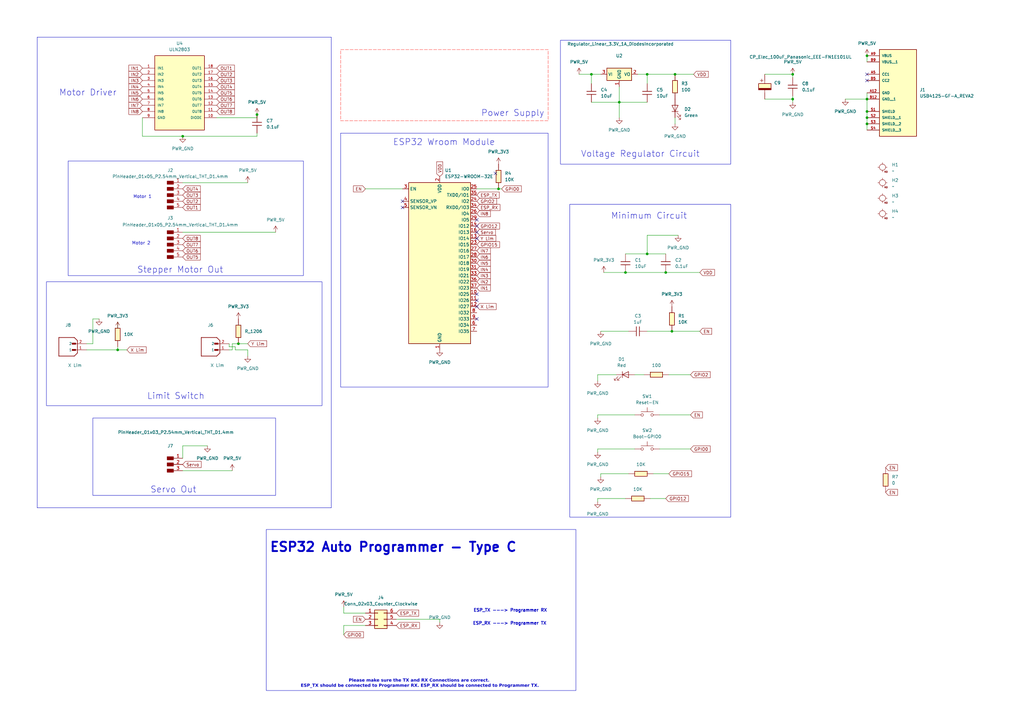
<source format=kicad_sch>
(kicad_sch (version 20250114) (generator "eeschema") (generator_version "9.0")
  (paper "A3")
  (lib_symbols
    (symbol "B2B-XH-A_LF__SN_:B2B-XH-A_LF__SN_" (pin_names (offset 1.016))
      (property "Reference" "J" (at -2.54 6.35 0))
      (property "Value" "B2B-XH-A_LF__SN_" (at -2.54 -5.08 0))
      (symbol "B2B-XH-A_LF__SN__0_0"
        (polyline (pts (xy -3.81 3.81) (xy -3.81 -1.27)) (stroke (width 0.254)))
        (polyline (pts (xy -3.81 3.81) (xy -2.54 5.08)) (stroke (width 0.254)))
        (polyline (pts (xy -3.81 -1.27) (xy -2.54 -2.54)) (stroke (width 0.254)))
        (rectangle (start -3.175 2.2225) (end -1.5875 2.8575) (stroke (width 0.1)) (fill (type outline)))
        (rectangle (start -3.175 -0.3175) (end -1.5875 0.3175) (stroke (width 0.1)) (fill (type outline)))
        (polyline (pts (xy -2.54 -2.54) (xy 3.81 -2.54)) (stroke (width 0.254)))
        (polyline (pts (xy 3.81 5.08) (xy -2.54 5.08)) (stroke (width 0.254)))
        (polyline (pts (xy 3.81 -2.54) (xy 3.81 5.08)) (stroke (width 0.254)))
        (pin passive line (at -7.62 2.54 0) (length 5.08) (name "1") (number "1"))
        (pin passive line (at -7.62 0 0) (length 5.08) (name "2") (number "2"))
      )
    )
    (symbol "Connector_Generic:Conn_02x03_Counter_Clockwise" (pin_names (offset 1.016) (hide yes))
      (property "Reference" "J" (at 1.27 5.08 0))
      (property "Value" "Conn_02x03_Counter_Clockwise" (at 1.27 -5.08 0))
      (symbol "Conn_02x03_Counter_Clockwise_1_1"
        (rectangle (start -1.27 3.81) (end 3.81 -3.81) (stroke (width 0.254)) (fill (type background)))
        (rectangle (start -1.27 2.667) (end 0 2.413) (stroke (width 0.1524)))
        (rectangle (start -1.27 0.127) (end 0 -0.127) (stroke (width 0.1524)))
        (rectangle (start -1.27 -2.413) (end 0 -2.667) (stroke (width 0.1524)))
        (rectangle (start 3.81 2.667) (end 2.54 2.413) (stroke (width 0.1524)))
        (rectangle (start 3.81 0.127) (end 2.54 -0.127) (stroke (width 0.1524)))
        (rectangle (start 3.81 -2.413) (end 2.54 -2.667) (stroke (width 0.1524)))
        (pin passive line (at -5.08 2.54 0) (length 3.81) (name "Pin_1") (number "1"))
        (pin passive line (at -5.08 0 0) (length 3.81) (name "Pin_2") (number "2"))
        (pin passive line (at -5.08 -2.54 0) (length 3.81) (name "Pin_3") (number "3"))
        (pin passive line (at 7.62 2.54 180) (length 3.81) (name "Pin_6") (number "6"))
        (pin passive line (at 7.62 0 180) (length 3.81) (name "Pin_5") (number "5"))
        (pin passive line (at 7.62 -2.54 180) (length 3.81) (name "Pin_4") (number "4"))
      )
    )
    (symbol "RF_Module:ESP32-WROOM-32E"
      (property "Reference" "U" (at -12.7 34.29 0))
      (property "Value" "ESP32-WROOM-32E" (at 1.27 34.29 0))
      (symbol "ESP32-WROOM-32E_0_1"
        (rectangle (start -12.7 33.02) (end 12.7 -33.02) (stroke (width 0.254)) (fill (type background)))
      )
      (symbol "ESP32-WROOM-32E_1_1"
        (pin input line (at -15.24 30.48 0) (length 2.54) (name "EN") (number "3"))
        (pin input line (at -15.24 25.4 0) (length 2.54) (name "SENSOR_VP") (number "4"))
        (pin input line (at -15.24 22.86 0) (length 2.54) (name "SENSOR_VN") (number "5"))
        (pin no_connect line (at -12.7 0 0) (length 2.54) (hide yes) (name "NC") (number "21"))
        (pin no_connect line (at -12.7 -2.54 0) (length 2.54) (hide yes) (name "NC") (number "22"))
        (pin no_connect line (at -12.7 -5.08 0) (length 2.54) (hide yes) (name "NC") (number "17"))
        (pin no_connect line (at -12.7 -7.62 0) (length 2.54) (hide yes) (name "NC") (number "18"))
        (pin no_connect line (at -12.7 -10.16 0) (length 2.54) (hide yes) (name "NC") (number "20"))
        (pin no_connect line (at -12.7 -12.7 0) (length 2.54) (hide yes) (name "NC") (number "19"))
        (pin no_connect line (at -12.7 -27.94 0) (length 2.54) (hide yes) (name "NC") (number "32"))
        (pin power_in line (at 0 35.56 270) (length 2.54) (name "VDD") (number "2"))
        (pin power_in line (at 0 -35.56 90) (length 2.54) (name "GND") (number "1"))
        (pin passive line (at 0 -35.56 90) (length 2.54) (hide yes) (name "GND") (number "15"))
        (pin passive line (at 0 -35.56 90) (length 2.54) (hide yes) (name "GND") (number "38"))
        (pin passive line (at 0 -35.56 90) (length 2.54) (hide yes) (name "GND") (number "39"))
        (pin bidirectional line (at 15.24 30.48 180) (length 2.54) (name "IO0") (number "25"))
        (pin bidirectional line (at 15.24 27.94 180) (length 2.54) (name "TXD0/IO1") (number "35"))
        (pin bidirectional line (at 15.24 25.4 180) (length 2.54) (name "IO2") (number "24"))
        (pin bidirectional line (at 15.24 22.86 180) (length 2.54) (name "RXD0/IO3") (number "34"))
        (pin bidirectional line (at 15.24 20.32 180) (length 2.54) (name "IO4") (number "26"))
        (pin bidirectional line (at 15.24 17.78 180) (length 2.54) (name "IO5") (number "29"))
        (pin bidirectional line (at 15.24 15.24 180) (length 2.54) (name "IO12") (number "14"))
        (pin bidirectional line (at 15.24 12.7 180) (length 2.54) (name "IO13") (number "16"))
        (pin bidirectional line (at 15.24 10.16 180) (length 2.54) (name "IO14") (number "13"))
        (pin bidirectional line (at 15.24 7.62 180) (length 2.54) (name "IO15") (number "23"))
        (pin bidirectional line (at 15.24 5.08 180) (length 2.54) (name "IO16") (number "27"))
        (pin bidirectional line (at 15.24 2.54 180) (length 2.54) (name "IO17") (number "28"))
        (pin bidirectional line (at 15.24 0 180) (length 2.54) (name "IO18") (number "30"))
        (pin bidirectional line (at 15.24 -2.54 180) (length 2.54) (name "IO19") (number "31"))
        (pin bidirectional line (at 15.24 -5.08 180) (length 2.54) (name "IO21") (number "33"))
        (pin bidirectional line (at 15.24 -7.62 180) (length 2.54) (name "IO22") (number "36"))
        (pin bidirectional line (at 15.24 -10.16 180) (length 2.54) (name "IO23") (number "37"))
        (pin bidirectional line (at 15.24 -12.7 180) (length 2.54) (name "IO25") (number "10"))
        (pin bidirectional line (at 15.24 -15.24 180) (length 2.54) (name "IO26") (number "11"))
        (pin bidirectional line (at 15.24 -17.78 180) (length 2.54) (name "IO27") (number "12"))
        (pin bidirectional line (at 15.24 -20.32 180) (length 2.54) (name "IO32") (number "8"))
        (pin bidirectional line (at 15.24 -22.86 180) (length 2.54) (name "IO33") (number "9"))
        (pin input line (at 15.24 -25.4 180) (length 2.54) (name "IO34") (number "6"))
        (pin input line (at 15.24 -27.94 180) (length 2.54) (name "IO35") (number "7"))
      )
    )
    (symbol "ULN2803:ULN2803" (pin_names (offset 1.016))
      (property "Reference" "U" (at -7.6213 17.7831 0))
      (property "Value" "ULN2803" (at -7.63 -20.3466 0))
      (symbol "ULN2803_0_0"
        (rectangle (start -10.16 -15.24) (end 10.16 15.24) (stroke (width 0.254)) (fill (type background)))
        (pin input line (at -15.24 10.16 0) (length 5.08) (name "IN1") (number "1"))
        (pin input line (at -15.24 7.62 0) (length 5.08) (name "IN2") (number "2"))
        (pin input line (at -15.24 5.08 0) (length 5.08) (name "IN3") (number "3"))
        (pin input line (at -15.24 2.54 0) (length 5.08) (name "IN4") (number "4"))
        (pin input line (at -15.24 0 0) (length 5.08) (name "IN5") (number "5"))
        (pin input line (at -15.24 -2.54 0) (length 5.08) (name "IN6") (number "6"))
        (pin input line (at -15.24 -5.08 0) (length 5.08) (name "IN7") (number "7"))
        (pin input line (at -15.24 -7.62 0) (length 5.08) (name "IN8") (number "8"))
        (pin power_in line (at -15.24 -10.16 0) (length 5.08) (name "GND") (number "9"))
        (pin open_collector line (at 15.24 10.16 180) (length 5.08) (name "OUT1") (number "18"))
        (pin open_collector line (at 15.24 7.62 180) (length 5.08) (name "OUT2") (number "17"))
        (pin open_collector line (at 15.24 5.08 180) (length 5.08) (name "OUT3") (number "16"))
        (pin open_collector line (at 15.24 2.54 180) (length 5.08) (name "OUT4") (number "15"))
        (pin open_collector line (at 15.24 0 180) (length 5.08) (name "OUT5") (number "14"))
        (pin open_collector line (at 15.24 -2.54 180) (length 5.08) (name "OUT6") (number "13"))
        (pin open_collector line (at 15.24 -5.08 180) (length 5.08) (name "OUT7") (number "12"))
        (pin open_collector line (at 15.24 -7.62 180) (length 5.08) (name "OUT8") (number "11"))
        (pin power_in line (at 15.24 -10.16 180) (length 5.08) (name "DIODE") (number "10"))
      )
    )
    (symbol "USB4125-GF-A_REVA2:USB4125-GF-A_REVA2" (pin_names (offset 1.016))
      (property "Reference" "J" (at -7.62 10.922 0))
      (property "Value" "USB4125-GF-A_REVA2" (at -7.62 -26.162 0))
      (symbol "USB4125-GF-A_REVA2_0_0"
        (rectangle (start -7.62 -25.4) (end 7.62 10.16) (stroke (width 0.254)) (fill (type background)))
        (pin power_in line (at -12.7 7.62 0) (length 5.08) (name "VBUS") (number "A9"))
        (pin power_in line (at -12.7 5.08 0) (length 5.08) (name "VBUS__1") (number "B9"))
        (pin bidirectional line (at -12.7 0 0) (length 5.08) (name "CC1") (number "A5"))
        (pin bidirectional line (at -12.7 -2.54 0) (length 5.08) (name "CC2") (number "B5"))
        (pin power_in line (at -12.7 -7.62 0) (length 5.08) (name "GND") (number "A12"))
        (pin power_in line (at -12.7 -10.16 0) (length 5.08) (name "GND__1") (number "B12"))
        (pin passive line (at -12.7 -15.24 0) (length 5.08) (name "SHIELD") (number "S1"))
        (pin passive line (at -12.7 -17.78 0) (length 5.08) (name "SHIELD__1") (number "S2"))
        (pin passive line (at -12.7 -20.32 0) (length 5.08) (name "SHIELD__2") (number "S3"))
        (pin passive line (at -12.7 -22.86 0) (length 5.08) (name "SHIELD__3") (number "S4"))
      )
    )
    (symbol "fab:CP_Elec_100uF_Panasonic_EEE-FN1E101UL" (pin_numbers (hide yes))
      (property "Reference" "C" (at 1.27 2.54 0))
      (property "Value" "CP_Elec_100uF_Panasonic_EEE-FN1E101UL" (at 1.27 -2.54 0))
      (symbol "CP_Elec_100uF_Panasonic_EEE-FN1E101UL_0_1"
        (rectangle (start -2.54 -0.635) (end 2.54 -1.27) (fill (type outline)))
        (polyline (pts (xy -2.54 -1.27) (xy -2.54 1.27) (xy 2.54 1.27) (xy 2.54 -1.27) (xy -2.54 -1.27)) (stroke (width 0.254)) (fill (type background)))
        (polyline (pts (xy -1.27 1.905) (xy -1.27 3.175)))
        (polyline (pts (xy -0.635 2.54) (xy -1.905 2.54)))
        (polyline (pts (xy 0 2.54) (xy 0 1.27)))
        (polyline (pts (xy 0 -1.27) (xy 0 -2.54)))
      )
      (symbol "CP_Elec_100uF_Panasonic_EEE-FN1E101UL_1_1"
        (pin passive line (at 0 5.08 270) (length 2.54) (name "~") (number "1"))
        (pin passive line (at 0 -5.08 90) (length 2.54) (name "~") (number "2"))
      )
    )
    (symbol "fab:C_1206" (pin_numbers (hide yes))
      (property "Reference" "C" (at 0.635 2.54 0))
      (property "Value" "C_1206" (at 0.635 -2.54 0))
      (symbol "C_1206_1_1"
        (polyline (pts (xy -1.905 0.635) (xy 1.905 0.635)) (stroke (width 0.25)))
        (polyline (pts (xy -1.905 -0.635) (xy 1.905 -0.635)) (stroke (width 0.25)))
        (pin passive line (at 0 3.81 270) (length 3.175) (name "~") (number "1"))
        (pin passive line (at 0 -3.81 90) (length 3.175) (name "~") (number "2"))
      )
    )
    (symbol "fab:LED_1206" (pin_numbers (hide yes)) (pin_names (offset 1.016) (hide yes))
      (property "Reference" "D" (at 0 2.54 0))
      (property "Value" "LED_1206" (at 0 -2.54 0))
      (symbol "LED_1206_0_1"
        (polyline (pts (xy -3.048 -0.762) (xy -4.572 -2.286) (xy -3.81 -2.286) (xy -4.572 -2.286) (xy -4.572 -1.524)))
        (polyline (pts (xy -1.778 -0.762) (xy -3.302 -2.286) (xy -2.54 -2.286) (xy -3.302 -2.286) (xy -3.302 -1.524)))
        (polyline (pts (xy -1.27 0) (xy 1.27 0)))
        (polyline (pts (xy -1.27 -1.27) (xy -1.27 1.27)) (stroke (width 0.2032)))
        (polyline (pts (xy 1.27 -1.27) (xy 1.27 1.27) (xy -1.27 0) (xy 1.27 -1.27)) (stroke (width 0.2032)))
      )
      (symbol "LED_1206_1_1"
        (pin passive line (at -3.81 0 0) (length 2.54) (name "K") (number "1"))
        (pin passive line (at 3.81 0 180) (length 2.54) (name "A") (number "2"))
      )
    )
    (symbol "fab:MountingHole_M3" (pin_numbers (hide yes)) (pin_names (offset 0))
      (property "Reference" "H" (at 0 0 0))
      (symbol "MountingHole_M3_0_1"
        (polyline (pts (xy -1.27 0) (xy -1.905 0)))
        (polyline (pts (xy 0 1.27) (xy 0 1.905)))
        (circle (center 0 0) (radius 1.27))
        (polyline (pts (xy 0 -1.27) (xy 0 -1.905)))
        (polyline (pts (xy 1.27 0) (xy 1.905 0)))
      )
      (symbol "MountingHole_M3_1_1"
        (text "M3" (at 0.635 -1.905 0) (effects (font (size 0.635 0.635)) (justify left)))
      )
    )
    (symbol "fab:PWR_3V3" (power) (pin_names (offset 0))
      (property "Value" "PWR_3V3" (at 0 3.556 0))
      (symbol "PWR_3V3_0_1"
        (polyline (pts (xy -0.762 1.27) (xy 0 2.54)))
        (polyline (pts (xy 0 2.54) (xy 0.762 1.27)))
        (polyline (pts (xy 0 0) (xy 0 2.54)))
      )
      (symbol "PWR_3V3_1_1"
        (pin power_in line (at 0 0 90) (length 0) (hide yes) (name "PWR_3V3") (number "1"))
      )
    )
    (symbol "fab:PWR_5V" (power) (pin_names (offset 0))
      (property "Value" "PWR_5V" (at 0 3.556 0))
      (symbol "PWR_5V_0_1"
        (polyline (pts (xy -0.762 1.27) (xy 0 2.54)))
        (polyline (pts (xy 0 2.54) (xy 0.762 1.27)))
        (polyline (pts (xy 0 0) (xy 0 2.54)))
      )
      (symbol "PWR_5V_1_1"
        (pin power_in line (at 0 0 90) (length 0) (hide yes) (name "PWR_5V") (number "1"))
      )
    )
    (symbol "fab:PWR_GND" (power) (pin_names (offset 0))
      (property "Value" "PWR_GND" (at 0 -3.81 0))
      (symbol "PWR_GND_0_1"
        (polyline (pts (xy 0 0) (xy 0 -1.27) (xy 1.27 -1.27) (xy 0 -2.54) (xy -1.27 -1.27) (xy 0 -1.27)))
      )
      (symbol "PWR_GND_1_1"
        (pin power_in line (at 0 0 270) (length 0) (hide yes) (name "PWR_GND") (number "1"))
      )
    )
    (symbol "fab:PinHeader_01x03_P2.54mm_Vertical_THT_D1.4mm" (pin_names (hide yes))
      (property "Reference" "J" (at 0 5.08 0))
      (property "Value" "PinHeader_01x03_P2.54mm_Vertical_THT_D1.4mm" (at 0 -5.08 0))
      (symbol "PinHeader_01x03_P2.54mm_Vertical_THT_D1.4mm_1_1"
        (rectangle (start -1.27 3.175) (end 1.27 1.905) (stroke (width 0.254)) (fill (type outline)))
        (rectangle (start -1.27 0.635) (end 1.27 -0.635) (stroke (width 0.254)) (fill (type outline)))
        (rectangle (start -1.27 -1.905) (end 1.27 -3.175) (stroke (width 0.254)) (fill (type outline)))
        (pin passive line (at 5.08 2.54 180) (length 3.81) (name "Pin_1") (number "1"))
        (pin passive line (at 5.08 0 180) (length 3.81) (name "Pin_2") (number "2"))
        (pin passive line (at 5.08 -2.54 180) (length 3.81) (name "Pin_3") (number "3"))
      )
    )
    (symbol "fab:PinHeader_01x05_P2.54mm_Vertical_THT_D1.4mm" (pin_names (hide yes))
      (property "Reference" "J" (at 0 7.62 0))
      (property "Value" "PinHeader_01x05_P2.54mm_Vertical_THT_D1.4mm" (at 0 -7.62 0))
      (symbol "PinHeader_01x05_P2.54mm_Vertical_THT_D1.4mm_1_1"
        (rectangle (start -1.27 5.715) (end 1.27 4.445) (stroke (width 0.254)) (fill (type outline)))
        (rectangle (start -1.27 3.175) (end 1.27 1.905) (stroke (width 0.254)) (fill (type outline)))
        (rectangle (start -1.27 0.635) (end 1.27 -0.635) (stroke (width 0.254)) (fill (type outline)))
        (rectangle (start -1.27 -1.905) (end 1.27 -3.175) (stroke (width 0.254)) (fill (type outline)))
        (rectangle (start -1.27 -4.445) (end 1.27 -5.715) (stroke (width 0.254)) (fill (type outline)))
        (pin passive line (at 5.08 5.08 180) (length 3.81) (name "Pin_1") (number "1"))
        (pin passive line (at 5.08 2.54 180) (length 3.81) (name "Pin_2") (number "2"))
        (pin passive line (at 5.08 0 180) (length 3.81) (name "Pin_3") (number "3"))
        (pin passive line (at 5.08 -2.54 180) (length 3.81) (name "Pin_4") (number "4"))
        (pin passive line (at 5.08 -5.08 180) (length 3.81) (name "Pin_5") (number "5"))
      )
    )
    (symbol "fab:R_1206" (pin_numbers (hide yes)) (pin_names (offset 0))
      (property "Reference" "R" (at 2.54 0 90))
      (property "Value" "R_1206" (at -2.54 0 90))
      (symbol "R_1206_0_1"
        (rectangle (start -1.016 -2.54) (end 1.016 2.54) (stroke (width 0.254)) (fill (type background)))
      )
      (symbol "R_1206_1_1"
        (pin passive line (at 0 5.08 270) (length 2.54) (name "~") (number "1"))
        (pin passive line (at 0 -5.08 90) (length 2.54) (name "~") (number "2"))
      )
    )
    (symbol "fab:Regulator_Linear_3.3V_1A_DiodesIncorporated"
      (property "Reference" "U" (at -5.08 6.35 0))
      (property "Value" "Regulator_Linear_3.3V_1A_DiodesIncorporated" (at -5.08 3.81 0))
      (symbol "Regulator_Linear_3.3V_1A_DiodesIncorporated_0_1"
        (rectangle (start -5.08 2.54) (end 5.08 -2.54) (stroke (width 0.254)) (fill (type background)))
      )
      (symbol "Regulator_Linear_3.3V_1A_DiodesIncorporated_1_1"
        (pin power_in line (at -7.62 0 0) (length 2.54) (name "VI") (number "3"))
        (pin power_in line (at 0 -5.08 90) (length 2.54) (name "GND") (number "1"))
        (pin power_out line (at 7.62 0 180) (length 2.54) (name "VO") (number "2"))
      )
    )
    (symbol "fab:Switch_Tactile_Omron" (pin_numbers (hide yes)) (pin_names (offset 1.016) (hide yes))
      (property "Reference" "SW" (at 1.27 2.54 0))
      (property "Value" "Switch_Tactile_Omron" (at 0 -1.524 0))
      (symbol "Switch_Tactile_Omron_0_1"
        (circle (center -2.032 0) (radius 0.508))
        (polyline (pts (xy 0 1.27) (xy 0 3.048)))
        (circle (center 2.032 0) (radius 0.508))
        (polyline (pts (xy 2.54 1.27) (xy -2.54 1.27)))
        (pin passive line (at -5.08 0 0) (length 2.54) (name "1") (number "1"))
        (pin passive line (at 5.08 0 180) (length 2.54) (name "2") (number "2"))
      )
    )
  )
  (rectangle (start 109.22 217.17) (end 236.22 283.21))
  (rectangle (start 139.7 20.32) (end 224.79 49.53) (stroke (width 0.127) (type dash) (color 255 7 0 1)))
  (rectangle (start 15.24 15.24) (end 135.89 208.28))
  (rectangle (start 233.68 83.82) (end 299.72 212.09))
  (rectangle (start 27.94 66.04) (end 124.46 113.03))
  (rectangle (start 229.87 16.51) (end 299.72 67.31))
  (rectangle (start 139.7 54.61) (end 224.79 158.75))
  (rectangle (start 19.05 115.57) (end 132.08 166.37))
  (rectangle (start 38.1 171.45) (end 113.03 203.2))
  (text "Motor 2\n" (at 57.912 99.822 0) (effects (font (size 1.27 1.27))))
  (text "ESP_TX ---> Programmer RX" (at 209.296 250.444 0) (effects (font (size 1.27 1.27) (thickness 0.254) (bold yes))))
  (text "Limit Switch" (at 72.136 162.56 0) (effects (font (size 2.54 2.54))))
  (text "ESP_RX ---> Programmer TX" (at 209.042 255.778 0) (effects (font (size 1.27 1.27) (thickness 0.254) (bold yes))))
  (text "Minimum Circuit" (at 266.192 88.646 0) (effects (font (size 2.54 2.54))))
  (text "ESP32 Auto Programmer - Type C" (at 161.29 224.536 0) (effects (font (size 3.81 3.81) (thickness 0.762) (bold yes))))
  (text "Stepper Motor Out\n" (at 73.914 110.744 0) (effects (font (size 2.54 2.54))))
  (text "Power Supply" (at 210.312 46.482 0) (effects (font (size 2.54 2.54))))
  (text "Please make sure the TX and RX Connections are correct. \nESP_TX should be connected to Programmer RX. ESP_RX should be connected to Programmer TX." (at 172.212 280.67 0) (effects (font (size 1.27 1.27) (bold yes))))
  (text "Servo Out" (at 71.12 200.914 0) (effects (font (size 2.54 2.54))))
  (text "Motor Driver\n" (at 36.068 38.1 0) (effects (font (size 2.54 2.54))))
  (text "Voltage Regulator Circuit\n" (at 262.636 63.246 0) (effects (font (size 2.54 2.54))))
  (text "ESP32 Wroom Module" (at 182.118 58.42 0) (effects (font (size 2.54 2.54))))
  (text "Motor 1\n" (at 58.42 80.772 0) (effects (font (size 1.27 1.27))))
  (junction (at 276.86 30.48))
  (junction (at 325.12 40.64))
  (junction (at 254 41.91))
  (junction (at 355.6 48.26))
  (junction (at 265.43 30.48))
  (junction (at 204.47 77.47))
  (junction (at 105.41 46.99))
  (junction (at 273.05 111.76))
  (junction (at 355.6 40.64))
  (junction (at 97.79 140.97))
  (junction (at 48.26 143.51))
  (junction (at 325.12 30.48))
  (junction (at 74.93 55.88))
  (junction (at 275.59 135.89))
  (junction (at 355.6 50.8))
  (junction (at 355.6 22.86))
  (junction (at 256.54 111.76))
  (junction (at 242.57 30.48))
  (junction (at 355.6 45.72))
  (junction (at 265.43 104.14))
  (no_connect (at 195.58 90.17))
  (no_connect (at 165.1 82.55))
  (no_connect (at 355.6 30.48))
  (no_connect (at 195.58 92.71))
  (no_connect (at 195.58 95.25))
  (no_connect (at 195.58 120.65))
  (no_connect (at 195.58 123.19))
  (no_connect (at 195.58 97.79))
  (no_connect (at 195.58 125.73))
  (no_connect (at 195.58 130.81))
  (no_connect (at 355.6 33.02))
  (no_connect (at 165.1 85.09))
  (no_connect (at 203.2 71.12))
  (wire (pts (xy 245.11 184.15) (xy 245.11 185.42)))
  (wire (pts (xy 180.34 254) (xy 180.34 255.27)))
  (wire (pts (xy 95.25 140.97) (xy 97.79 140.97)))
  (wire (pts (xy 270.51 184.15) (xy 283.21 184.15)))
  (wire (pts (xy 254 35.56) (xy 254 41.91)))
  (wire (pts (xy 237.49 30.48) (xy 242.57 30.48)))
  (wire (pts (xy 260.35 153.67) (xy 264.16 153.67)))
  (wire (pts (xy 58.42 55.88) (xy 74.93 55.88)))
  (wire (pts (xy 93.98 143.51) (xy 95.25 143.51)))
  (wire (pts (xy 149.86 251.46) (xy 140.97 251.46)))
  (wire (pts (xy 242.57 30.48) (xy 242.57 34.29)))
  (wire (pts (xy 266.7 204.47) (xy 273.05 204.47)))
  (wire (pts (xy 265.43 30.48) (xy 276.86 30.48)))
  (wire (pts (xy 204.47 77.47) (xy 195.58 77.47)))
  (wire (pts (xy 38.1 130.81) (xy 40.64 130.81)))
  (wire (pts (xy 265.43 104.14) (xy 273.05 104.14)))
  (wire (pts (xy 247.65 111.76) (xy 256.54 111.76)))
  (wire (pts (xy 278.13 96.52) (xy 265.43 96.52)))
  (wire (pts (xy 270.51 170.18) (xy 283.21 170.18)))
  (wire (pts (xy 149.86 256.54) (xy 140.97 256.54)))
  (wire (pts (xy 74.93 193.04) (xy 95.25 193.04)))
  (wire (pts (xy 140.97 256.54) (xy 140.97 260.35)))
  (wire (pts (xy 313.69 40.64) (xy 325.12 40.64)))
  (wire (pts (xy 74.93 187.96) (xy 74.93 182.88)))
  (wire (pts (xy 48.26 143.51) (xy 52.07 143.51)))
  (wire (pts (xy 95.25 143.51) (xy 95.25 140.97)))
  (wire (pts (xy 93.98 142.24) (xy 96.52 142.24)))
  (wire (pts (xy 275.59 135.89) (xy 287.02 135.89)))
  (wire (pts (xy 242.57 30.48) (xy 246.38 30.48)))
  (wire (pts (xy 105.41 46.99) (xy 105.41 48.26)))
  (wire (pts (xy 74.93 55.88) (xy 105.41 55.88)))
  (wire (pts (xy 265.43 96.52) (xy 265.43 104.14)))
  (wire (pts (xy 325.12 40.64) (xy 325.12 39.37)))
  (wire (pts (xy 88.9 48.26) (xy 105.41 48.26)))
  (wire (pts (xy 35.56 140.97) (xy 38.1 140.97)))
  (wire (pts (xy 245.11 156.21) (xy 245.11 153.67)))
  (wire (pts (xy 74.93 74.93) (xy 101.6 74.93)))
  (wire (pts (xy 265.43 135.89) (xy 275.59 135.89)))
  (wire (pts (xy 355.6 40.64) (xy 355.6 45.72)))
  (wire (pts (xy 58.42 48.26) (xy 58.42 55.88)))
  (wire (pts (xy 48.26 142.24) (xy 48.26 143.51)))
  (wire (pts (xy 96.52 143.51) (xy 101.6 143.51)))
  (wire (pts (xy 140.97 251.46) (xy 140.97 248.92)))
  (wire (pts (xy 355.6 45.72) (xy 355.6 48.26)))
  (wire (pts (xy 149.86 77.47) (xy 165.1 77.47)))
  (wire (pts (xy 265.43 30.48) (xy 265.43 34.29)))
  (wire (pts (xy 74.93 182.88) (xy 85.09 182.88)))
  (wire (pts (xy 256.54 104.14) (xy 265.43 104.14)))
  (wire (pts (xy 105.41 55.88) (xy 105.41 54.61)))
  (wire (pts (xy 74.93 95.25) (xy 113.03 95.25)))
  (wire (pts (xy 93.98 140.97) (xy 93.98 142.24)))
  (wire (pts (xy 313.69 30.48) (xy 325.12 30.48)))
  (wire (pts (xy 245.11 170.18) (xy 245.11 171.45)))
  (wire (pts (xy 256.54 111.76) (xy 273.05 111.76)))
  (wire (pts (xy 246.38 194.31) (xy 257.81 194.31)))
  (wire (pts (xy 325.12 30.48) (xy 325.12 31.75)))
  (wire (pts (xy 101.6 143.51) (xy 101.6 146.05)))
  (wire (pts (xy 273.05 111.76) (xy 287.02 111.76)))
  (wire (pts (xy 97.79 140.97) (xy 101.6 140.97)))
  (wire (pts (xy 260.35 170.18) (xy 245.11 170.18)))
  (wire (pts (xy 205.74 77.47) (xy 204.47 77.47)))
  (wire (pts (xy 246.38 195.58) (xy 246.38 194.31)))
  (wire (pts (xy 355.6 22.86) (xy 355.6 25.4)))
  (wire (pts (xy 246.38 135.89) (xy 257.81 135.89)))
  (wire (pts (xy 245.11 153.67) (xy 252.73 153.67)))
  (wire (pts (xy 260.35 184.15) (xy 245.11 184.15)))
  (wire (pts (xy 38.1 140.97) (xy 38.1 130.81)))
  (wire (pts (xy 35.56 143.51) (xy 48.26 143.51)))
  (wire (pts (xy 254 41.91) (xy 254 48.26)))
  (wire (pts (xy 276.86 48.26) (xy 276.86 50.8)))
  (wire (pts (xy 355.6 38.1) (xy 355.6 40.64)))
  (wire (pts (xy 242.57 41.91) (xy 254 41.91)))
  (wire (pts (xy 346.71 40.64) (xy 355.6 40.64)))
  (wire (pts (xy 355.6 50.8) (xy 355.6 53.34)))
  (wire (pts (xy 325.12 41.91) (xy 325.12 40.64)))
  (wire (pts (xy 245.11 205.74) (xy 245.11 204.47)))
  (wire (pts (xy 274.32 153.67) (xy 283.21 153.67)))
  (wire (pts (xy 254 41.91) (xy 265.43 41.91)))
  (wire (pts (xy 276.86 30.48) (xy 284.48 30.48)))
  (wire (pts (xy 162.56 254) (xy 180.34 254)))
  (wire (pts (xy 267.97 194.31) (xy 274.32 194.31)))
  (wire (pts (xy 245.11 204.47) (xy 256.54 204.47)))
  (wire (pts (xy 355.6 48.26) (xy 355.6 50.8)))
  (wire (pts (xy 261.62 30.48) (xy 265.43 30.48)))
  (wire (pts (xy 96.52 142.24) (xy 96.52 143.51)))
  (wire (pts (xy 48.26 132.08) (xy 48.26 134.62)))
  (global_label "IN5" (shape input) (at 195.58 107.95 0) (property "Intersheetrefs" "${INTERSHEET_REFS}" (effects (hide yes))))
  (global_label "IN3" (shape input) (at 58.42 33.02 180) (property "Intersheetrefs" "${INTERSHEET_REFS}" (effects (hide yes))))
  (global_label "GPIO12" (shape input) (at 273.05 204.47 0) (property "Intersheetrefs" "${INTERSHEET_REFS}" (effects (hide yes))))
  (global_label "IN1" (shape input) (at 195.58 118.11 0) (property "Intersheetrefs" "${INTERSHEET_REFS}" (effects (hide yes))))
  (global_label "ESP_TX" (shape input) (at 195.58 80.01 0) (property "Intersheetrefs" "${INTERSHEET_REFS}" (effects (hide yes))))
  (global_label "ESP_TX" (shape input) (at 162.56 251.46 0) (property "Intersheetrefs" "${INTERSHEET_REFS}" (effects (hide yes))))
  (global_label "GPIO12" (shape input) (at 195.58 92.71 0) (property "Intersheetrefs" "${INTERSHEET_REFS}" (effects (hide yes))))
  (global_label "IN7" (shape input) (at 195.58 102.87 0) (property "Intersheetrefs" "${INTERSHEET_REFS}" (effects (hide yes))))
  (global_label "Servo" (shape input) (at 195.58 95.25 0) (property "Intersheetrefs" "${INTERSHEET_REFS}" (effects (hide yes))))
  (global_label "GPIO0" (shape input) (at 140.97 260.35 0) (property "Intersheetrefs" "${INTERSHEET_REFS}" (effects (hide yes))))
  (global_label "EN" (shape input) (at 149.86 254 180) (property "Intersheetrefs" "${INTERSHEET_REFS}" (effects (hide yes))))
  (global_label "EN" (shape input) (at 283.21 170.18 0) (property "Intersheetrefs" "${INTERSHEET_REFS}" (effects (hide yes))))
  (global_label "OUT5" (shape input) (at 88.9 38.1 0) (property "Intersheetrefs" "${INTERSHEET_REFS}" (effects (hide yes))))
  (global_label "VDD" (shape input) (at 284.48 30.48 0) (property "Intersheetrefs" "${INTERSHEET_REFS}" (effects (hide yes))))
  (global_label "OUT6" (shape input) (at 74.93 102.87 0) (property "Intersheetrefs" "${INTERSHEET_REFS}" (effects (hide yes))))
  (global_label "IN6" (shape input) (at 195.58 105.41 0) (property "Intersheetrefs" "${INTERSHEET_REFS}" (effects (hide yes))))
  (global_label "OUT4" (shape input) (at 74.93 77.47 0) (property "Intersheetrefs" "${INTERSHEET_REFS}" (effects (hide yes))))
  (global_label "IN4" (shape input) (at 195.58 110.49 0) (property "Intersheetrefs" "${INTERSHEET_REFS}" (effects (hide yes))))
  (global_label "EN" (shape input) (at 363.22 201.93 0) (property "Intersheetrefs" "${INTERSHEET_REFS}" (effects (hide yes))))
  (global_label "OUT2" (shape input) (at 74.93 82.55 0) (property "Intersheetrefs" "${INTERSHEET_REFS}" (effects (hide yes))))
  (global_label "OUT7" (shape input) (at 88.9 43.18 0) (property "Intersheetrefs" "${INTERSHEET_REFS}" (effects (hide yes))))
  (global_label "OUT6" (shape input) (at 88.9 40.64 0) (property "Intersheetrefs" "${INTERSHEET_REFS}" (effects (hide yes))))
  (global_label "EN" (shape input) (at 363.22 191.77 0) (property "Intersheetrefs" "${INTERSHEET_REFS}" (effects (hide yes))))
  (global_label "VDD" (shape input) (at 287.02 111.76 0) (property "Intersheetrefs" "${INTERSHEET_REFS}" (effects (hide yes))))
  (global_label "X Lim" (shape input) (at 52.07 143.51 0) (property "Intersheetrefs" "${INTERSHEET_REFS}" (effects (hide yes))))
  (global_label "EN" (shape input) (at 287.02 135.89 0) (property "Intersheetrefs" "${INTERSHEET_REFS}" (effects (hide yes))))
  (global_label "GPIO0" (shape input) (at 205.74 77.47 0) (property "Intersheetrefs" "${INTERSHEET_REFS}" (effects (hide yes))))
  (global_label "IN1" (shape input) (at 58.42 27.94 180) (property "Intersheetrefs" "${INTERSHEET_REFS}" (effects (hide yes))))
  (global_label "IN6" (shape input) (at 58.42 40.64 180) (property "Intersheetrefs" "${INTERSHEET_REFS}" (effects (hide yes))))
  (global_label "OUT1" (shape input) (at 74.93 85.09 0) (property "Intersheetrefs" "${INTERSHEET_REFS}" (effects (hide yes))))
  (global_label "OUT3" (shape input) (at 88.9 33.02 0) (property "Intersheetrefs" "${INTERSHEET_REFS}" (effects (hide yes))))
  (global_label "ESP_RX" (shape input) (at 162.56 256.54 0) (property "Intersheetrefs" "${INTERSHEET_REFS}" (effects (hide yes))))
  (global_label "OUT5" (shape input) (at 74.93 105.41 0) (property "Intersheetrefs" "${INTERSHEET_REFS}" (effects (hide yes))))
  (global_label "GPIO2" (shape input) (at 283.21 153.67 0) (property "Intersheetrefs" "${INTERSHEET_REFS}" (effects (hide yes))))
  (global_label "GPIO2" (shape input) (at 195.58 82.55 0) (property "Intersheetrefs" "${INTERSHEET_REFS}" (effects (hide yes))))
  (global_label "IN8" (shape input) (at 195.58 87.63 0) (property "Intersheetrefs" "${INTERSHEET_REFS}" (effects (hide yes))))
  (global_label "IN4" (shape input) (at 58.42 35.56 180) (property "Intersheetrefs" "${INTERSHEET_REFS}" (effects (hide yes))))
  (global_label "IN5" (shape input) (at 58.42 38.1 180) (property "Intersheetrefs" "${INTERSHEET_REFS}" (effects (hide yes))))
  (global_label "GPIO0" (shape input) (at 283.21 184.15 0) (property "Intersheetrefs" "${INTERSHEET_REFS}" (effects (hide yes))))
  (global_label "Y Lim" (shape input) (at 195.58 97.79 0) (property "Intersheetrefs" "${INTERSHEET_REFS}" (effects (hide yes))))
  (global_label "OUT7" (shape input) (at 74.93 100.33 0) (property "Intersheetrefs" "${INTERSHEET_REFS}" (effects (hide yes))))
  (global_label "ESP_RX" (shape input) (at 195.58 85.09 0) (property "Intersheetrefs" "${INTERSHEET_REFS}" (effects (hide yes))))
  (global_label "Y Lim" (shape input) (at 101.6 140.97 0) (property "Intersheetrefs" "${INTERSHEET_REFS}" (effects (hide yes))))
  (global_label "IN7" (shape input) (at 58.42 43.18 180) (property "Intersheetrefs" "${INTERSHEET_REFS}" (effects (hide yes))))
  (global_label "Servo" (shape input) (at 74.93 190.5 0) (property "Intersheetrefs" "${INTERSHEET_REFS}" (effects (hide yes))))
  (global_label "EN" (shape input) (at 149.86 77.47 180) (property "Intersheetrefs" "${INTERSHEET_REFS}" (effects (hide yes))))
  (global_label "OUT2" (shape input) (at 88.9 30.48 0) (property "Intersheetrefs" "${INTERSHEET_REFS}" (effects (hide yes))))
  (global_label "GPIO15" (shape input) (at 195.58 100.33 0) (property "Intersheetrefs" "${INTERSHEET_REFS}" (effects (hide yes))))
  (global_label "IN2" (shape input) (at 58.42 30.48 180) (property "Intersheetrefs" "${INTERSHEET_REFS}" (effects (hide yes))))
  (global_label "IN2" (shape input) (at 195.58 115.57 0) (property "Intersheetrefs" "${INTERSHEET_REFS}" (effects (hide yes))))
  (global_label "OUT3" (shape input) (at 74.93 80.01 0) (property "Intersheetrefs" "${INTERSHEET_REFS}" (effects (hide yes))))
  (global_label "OUT1" (shape input) (at 88.9 27.94 0) (property "Intersheetrefs" "${INTERSHEET_REFS}" (effects (hide yes))))
  (global_label "OUT4" (shape input) (at 88.9 35.56 0) (property "Intersheetrefs" "${INTERSHEET_REFS}" (effects (hide yes))))
  (global_label "OUT8" (shape input) (at 88.9 45.72 0) (property "Intersheetrefs" "${INTERSHEET_REFS}" (effects (hide yes))))
  (global_label "GPIO15" (shape input) (at 274.32 194.31 0) (property "Intersheetrefs" "${INTERSHEET_REFS}" (effects (hide yes))))
  (global_label "X Lim" (shape input) (at 195.58 125.73 0) (property "Intersheetrefs" "${INTERSHEET_REFS}" (effects (hide yes))))
  (global_label "VDD" (shape input) (at 180.34 72.39 90) (property "Intersheetrefs" "${INTERSHEET_REFS}" (effects (hide yes))))
  (global_label "IN3" (shape input) (at 195.58 113.03 0) (property "Intersheetrefs" "${INTERSHEET_REFS}" (effects (hide yes))))
  (global_label "IN8" (shape input) (at 58.42 45.72 180) (property "Intersheetrefs" "${INTERSHEET_REFS}" (effects (hide yes))))
  (global_label "OUT8" (shape input) (at 74.93 97.79 0) (property "Intersheetrefs" "${INTERSHEET_REFS}" (effects (hide yes))))
  (symbol (lib_id "fab:PWR_GND") (at 254 48.26 0) (unit 1)
    (property "Reference" "#PWR08" (effects (hide yes)))
    (property "Value" "PWR_GND" (at 254 53.34 0))
    (property "Description" "Power symbol creates a global label with name \"GND\" , ground" (effects (hide yes)))
  )
  (symbol (lib_id "B2B-XH-A_LF__SN_:B2B-XH-A_LF__SN_") (at 27.94 140.97 180) (unit 1)
    (property "Reference" "J8" (at 27.94 133.35 0))
    (property "Value" "X Lim" (at 30.734 149.86 0))
    (property "Footprint" "B2B-XH-A_LF__SN_:JST_B2B-XH-A_LF__SN_" (effects (hide yes)))
    (property "MF" "JST Sales" (effects (hide yes)))
    (property "MAXIMUM_PACKAGE_HEIGHT" "7 mm" (effects (hide yes)))
    (property "Package" "None" (effects (hide yes)))
    (property "Price" "None" (effects (hide yes)))
    (property "Check_prices" "https://www.snapeda.com/parts/B2B-XH-A(LF)(SN)/JST/view-part/?ref=eda" (effects (hide yes)))
    (property "STANDARD" "Manufacturer Recommendations" (effects (hide yes)))
    (property "PARTREV" "N/A" (effects (hide yes)))
    (property "SnapEDA_Link" "https://www.snapeda.com/parts/B2B-XH-A(LF)(SN)/JST/view-part/?ref=snap" (effects (hide yes)))
    (property "MP" "B2B-XH-A(LF)(SN)" (effects (hide yes)))
    (property "Description_1" "Connector Header Through Hole 2 position 0.098 (2.50mm)" (effects (hide yes)))
    (property "Availability" "In Stock" (effects (hide yes)))
    (property "MANUFACTURER" "JST Sales America Inc." (effects (hide yes)))
  )
  (symbol (lib_id "fab:PWR_GND") (at 246.38 195.58 0) (unit 1)
    (property "Reference" "#PWR017" (effects (hide yes)))
    (property "Value" "PWR_GND" (at 246.38 200.66 0))
    (property "Description" "Power symbol creates a global label with name \"GND\" , ground" (effects (hide yes)))
  )
  (symbol (lib_id "fab:PWR_GND") (at 245.11 205.74 0) (unit 1)
    (property "Reference" "#PWR034" (effects (hide yes)))
    (property "Value" "PWR_GND" (at 245.11 210.82 0))
    (property "Description" "Power symbol creates a global label with name \"GND\" , ground" (effects (hide yes)))
  )
  (symbol (lib_id "fab:Switch_Tactile_Omron") (at 265.43 170.18 0) (unit 1)
    (property "Reference" "SW1" (at 265.43 162.56 0))
    (property "Value" "Reset-EN" (at 265.43 165.1 0))
    (property "Footprint" "fab:Button_Omron_B3SN_6.0x6.0mm" (effects (hide yes)))
    (property "Datasheet" "https://omronfs.omron.com/en_US/ecb/products/pdf/en-b3sn.pdf" (effects (hide yes)))
    (property "Description" "Push button switch, Omron, B3SN, Sealed Tactile Switch (SMT), SPST-NO Top Actuated Surface Mount" (effects (hide yes)))
  )
  (symbol (lib_id "fab:PinHeader_01x03_P2.54mm_Vertical_THT_D1.4mm") (at 69.85 190.5 0) (unit 1)
    (property "Reference" "J7" (at 69.85 182.88 0))
    (property "Value" "PinHeader_01x03_P2.54mm_Vertical_THT_D1.4mm" (at 72.136 177.292 0))
    (property "Footprint" "fab:PinHeader_01x03_P2.54mm_Vertical_THT_D1.4mm" (effects (hide yes)))
    (property "Description" "Male connector, single row" (effects (hide yes)))
  )
  (symbol (lib_id "fab:MountingHole_M3") (at 361.95 81.28 0) (unit 1)
    (property "Reference" "H3" (at 365.76 80.2653 0) (effects (justify left)))
    (property "Value" "~" (at 365.76 82.8053 0) (effects (justify left)))
    (property "Footprint" "fab:MountingHole_M3" (effects (hide yes)))
  )
  (symbol (lib_id "fab:PWR_5V") (at 355.6 22.86 0) (unit 1)
    (property "Reference" "#PWR011" (effects (hide yes)))
    (property "Value" "PWR_5V" (at 355.6 17.78 0))
    (property "Description" "Power symbol creates a global label with name \"+5V\"" (effects (hide yes)))
  )
  (symbol (lib_id "fab:PWR_5V") (at 105.41 46.99 0) (unit 1)
    (property "Reference" "#PWR020" (effects (hide yes)))
    (property "Value" "PWR_5V" (at 105.41 41.91 0))
    (property "Description" "Power symbol creates a global label with name \"+5V\"" (effects (hide yes)))
  )
  (symbol (lib_id "fab:MountingHole_M3") (at 361.95 74.93 0) (unit 1)
    (property "Reference" "H2" (at 365.76 73.9153 0) (effects (justify left)))
    (property "Value" "~" (at 365.76 76.4553 0) (effects (justify left)))
    (property "Footprint" "fab:MountingHole_M3" (effects (hide yes)))
  )
  (symbol (lib_id "fab:R_1206") (at 275.59 130.81 0) (unit 1)
    (property "Reference" "R1" (at 278.13 129.5399 0) (effects (justify left)))
    (property "Value" "10K" (at 278.13 132.0799 0) (effects (justify left)))
    (property "Footprint" "fab:R_1206" (effects (hide yes)))
    (property "Description" "Resistor" (effects (hide yes)))
  )
  (symbol (lib_id "fab:PWR_GND") (at 180.34 143.51 0) (unit 1)
    (property "Reference" "#PWR018" (effects (hide yes)))
    (property "Value" "PWR_GND" (at 180.34 148.59 0))
    (property "Description" "Power symbol creates a global label with name \"GND\" , ground" (effects (hide yes)))
  )
  (symbol (lib_id "fab:C_1206") (at 265.43 38.1 0) (unit 1)
    (property "Reference" "C5" (at 269.24 36.8299 0) (effects (justify left)))
    (property "Value" "10uF" (at 269.24 39.3699 0) (effects (justify left)))
    (property "Footprint" "fab:C_1206" (effects (hide yes)))
    (property "Datasheet" "https://www.yageo.com/upload/media/product/productsearch/datasheet/mlcc/UPY-GP_NP0_16V-to-50V_18.pdf" (effects (hide yes)))
    (property "Description" "Unpolarized capacitor, SMD, 1206" (effects (hide yes)))
  )
  (symbol (lib_id "fab:PWR_5V") (at 237.49 30.48 0) (unit 1)
    (property "Reference" "#PWR07" (effects (hide yes)))
    (property "Value" "PWR_5V" (at 237.49 25.4 0))
    (property "Description" "Power symbol creates a global label with name \"+5V\"" (effects (hide yes)))
  )
  (symbol (lib_id "fab:C_1206") (at 273.05 107.95 0) (unit 1)
    (property "Reference" "C2" (at 276.86 106.6799 0) (effects (justify left)))
    (property "Value" "0.1uF" (at 276.86 109.2199 0) (effects (justify left)))
    (property "Footprint" "fab:C_1206" (effects (hide yes)))
    (property "Datasheet" "https://www.yageo.com/upload/media/product/productsearch/datasheet/mlcc/UPY-GP_NP0_16V-to-50V_18.pdf" (effects (hide yes)))
    (property "Description" "Unpolarized capacitor, SMD, 1206" (effects (hide yes)))
  )
  (symbol (lib_id "fab:PWR_3V3") (at 247.65 111.76 0) (unit 1)
    (property "Reference" "#PWR01" (effects (hide yes)))
    (property "Value" "PWR_3V3" (at 247.65 106.68 0))
    (property "Description" "Power symbol creates a global label with name \"+3V3\"" (effects (hide yes)))
  )
  (symbol (lib_id "fab:Switch_Tactile_Omron") (at 265.43 184.15 0) (unit 1)
    (property "Reference" "SW2" (at 265.43 176.53 0))
    (property "Value" "Boot-GPIO0" (at 265.43 179.07 0))
    (property "Footprint" "fab:Button_Omron_B3SN_6.0x6.0mm" (effects (hide yes)))
    (property "Datasheet" "https://omronfs.omron.com/en_US/ecb/products/pdf/en-b3sn.pdf" (effects (hide yes)))
    (property "Description" "Push button switch, Omron, B3SN, Sealed Tactile Switch (SMT), SPST-NO Top Actuated Surface Mount" (effects (hide yes)))
  )
  (symbol (lib_id "fab:PWR_GND") (at 180.34 255.27 0) (mirror y) (unit 1)
    (property "Reference" "#PWR013" (effects (hide yes)))
    (property "Value" "PWR_GND" (at 180.34 253.238 0))
    (property "Description" "Power symbol creates a global label with name \"GND\" , ground" (effects (hide yes)))
  )
  (symbol (lib_id "fab:PWR_GND") (at 85.09 182.88 0) (unit 1)
    (property "Reference" "#PWR031" (effects (hide yes)))
    (property "Value" "PWR_GND" (at 85.09 187.96 0))
    (property "Description" "Power symbol creates a global label with name \"GND\" , ground" (effects (hide yes)))
  )
  (symbol (lib_id "fab:PWR_GND") (at 246.38 135.89 0) (unit 1)
    (property "Reference" "#PWR03" (effects (hide yes)))
    (property "Value" "PWR_GND" (at 246.38 140.97 0))
    (property "Description" "Power symbol creates a global label with name \"GND\" , ground" (effects (hide yes)))
  )
  (symbol (lib_id "fab:PWR_3V3") (at 48.26 134.62 0) (unit 1)
    (property "Reference" "#PWR029" (effects (hide yes)))
    (property "Value" "PWR_3V3" (at 48.26 129.54 0))
    (property "Description" "Power symbol creates a global label with name \"+3V3\"" (effects (hide yes)))
  )
  (symbol (lib_id "fab:LED_1206") (at 256.54 153.67 0) (unit 1)
    (property "Reference" "D1" (at 254.9398 147.32 0))
    (property "Value" "Red" (at 254.9398 149.86 0))
    (property "Footprint" "fab:LED_1206" (effects (hide yes)))
    (property "Datasheet" "https://optoelectronics.liteon.com/upload/download/DS-22-98-0002/LTST-C150CKT.pdf" (effects (hide yes)))
    (property "Description" "Light emitting diode, Lite-On Inc. LTST, SMD" (effects (hide yes)))
  )
  (symbol (lib_id "fab:PWR_5V") (at 140.97 248.92 0) (unit 1)
    (property "Reference" "#PWR012" (effects (hide yes)))
    (property "Value" "PWR_5V" (at 140.97 243.84 0))
    (property "Description" "Power symbol creates a global label with name \"+5V\"" (effects (hide yes)))
  )
  (symbol (lib_id "fab:Regulator_Linear_3.3V_1A_DiodesIncorporated") (at 254 30.48 0) (unit 1)
    (property "Reference" "U2" (at 254 22.86 0))
    (property "Value" "Regulator_Linear_3.3V_1A_DiodesIncorporated" (at 254.508 18.034 0))
    (property "Footprint" "fab:SOT-223-3_TabPin2" (effects (hide yes)))
    (property "Datasheet" "https://www.diodes.com/assets/Datasheets/AZ1117I.pdf" (effects (hide yes)))
    (property "Description" "3.3V 1A Linear regulator from Diodes Incorporated in SOT-223-3 package" (effects (hide yes)))
  )
  (symbol (lib_id "fab:PWR_GND") (at 346.71 40.64 0) (unit 1)
    (property "Reference" "#PWR010" (effects (hide yes)))
    (property "Value" "PWR_GND" (at 346.71 45.72 0))
    (property "Description" "Power symbol creates a global label with name \"GND\" , ground" (effects (hide yes)))
  )
  (symbol (lib_id "fab:R_1206") (at 269.24 153.67 90) (unit 1)
    (property "Reference" "R2" (effects (hide yes)))
    (property "Value" "100" (at 269.24 149.86 90))
    (property "Footprint" "fab:R_1206" (effects (hide yes)))
    (property "Description" "Resistor" (effects (hide yes)))
  )
  (symbol (lib_id "fab:PWR_5V") (at 325.12 30.48 0) (unit 1)
    (property "Reference" "#PWR025" (effects (hide yes)))
    (property "Value" "PWR_5V" (at 325.12 25.4 0))
    (property "Description" "Power symbol creates a global label with name \"+5V\"" (effects (hide yes)))
  )
  (symbol (lib_id "fab:R_1206") (at 363.22 196.85 0) (unit 1)
    (property "Reference" "R7" (at 365.76 195.5799 0) (effects (justify left)))
    (property "Value" "0" (at 365.76 198.1199 0) (effects (justify left)))
    (property "Footprint" "fab:R_1206" (effects (hide yes)))
    (property "Description" "Resistor" (effects (hide yes)))
  )
  (symbol (lib_id "fab:PWR_3V3") (at 97.79 130.81 0) (unit 1)
    (property "Reference" "#PWR028" (effects (hide yes)))
    (property "Value" "PWR_3V3" (at 97.79 125.73 0))
    (property "Description" "Power symbol creates a global label with name \"+3V3\"" (effects (hide yes)))
  )
  (symbol (lib_id "fab:PWR_3V3") (at 275.59 125.73 0) (unit 1)
    (property "Reference" "#PWR04" (effects (hide yes)))
    (property "Value" "PWR_3V3" (at 275.59 120.65 0))
    (property "Description" "Power symbol creates a global label with name \"+3V3\"" (effects (hide yes)))
  )
  (symbol (lib_id "fab:PWR_GND") (at 40.64 130.81 0) (unit 1)
    (property "Reference" "#PWR030" (effects (hide yes)))
    (property "Value" "PWR_GND" (at 40.64 135.89 0))
    (property "Description" "Power symbol creates a global label with name \"GND\" , ground" (effects (hide yes)))
  )
  (symbol (lib_id "fab:PWR_GND") (at 325.12 41.91 0) (unit 1)
    (property "Reference" "#PWR026" (effects (hide yes)))
    (property "Value" "PWR_GND" (at 325.12 46.99 0))
    (property "Description" "Power symbol creates a global label with name \"GND\" , ground" (effects (hide yes)))
  )
  (symbol (lib_id "fab:MountingHole_M3") (at 361.95 87.63 0) (unit 1)
    (property "Reference" "H4" (at 365.76 86.6153 0) (effects (justify left)))
    (property "Value" "~" (at 365.76 89.1553 0) (effects (justify left)))
    (property "Footprint" "fab:MountingHole_M3" (effects (hide yes)))
  )
  (symbol (lib_id "fab:C_1206") (at 242.57 38.1 0) (unit 1)
    (property "Reference" "C4" (at 246.38 36.8299 0) (effects (justify left)))
    (property "Value" "10uF" (at 246.38 39.3699 0) (effects (justify left)))
    (property "Footprint" "fab:C_1206" (effects (hide yes)))
    (property "Datasheet" "https://www.yageo.com/upload/media/product/productsearch/datasheet/mlcc/UPY-GP_NP0_16V-to-50V_18.pdf" (effects (hide yes)))
    (property "Description" "Unpolarized capacitor, SMD, 1206" (effects (hide yes)))
  )
  (symbol (lib_id "fab:R_1206") (at 97.79 135.89 180) (unit 1)
    (property "Reference" "R9" (effects (hide yes)))
    (property "Value" "R_1206" (at 100.33 135.8899 0) (effects (justify right)))
    (property "Footprint" "fab:R_1206" (effects (hide yes)))
    (property "Description" "Resistor" (effects (hide yes)))
  )
  (symbol (lib_id "fab:PWR_5V") (at 113.03 95.25 0) (unit 1)
    (property "Reference" "#PWR022" (effects (hide yes)))
    (property "Value" "PWR_5V" (at 113.03 90.17 0))
    (property "Description" "Power symbol creates a global label with name \"+5V\"" (effects (hide yes)))
  )
  (symbol (lib_id "fab:R_1206") (at 204.47 72.39 0) (unit 1)
    (property "Reference" "R4" (at 207.01 71.1199 0) (effects (justify left)))
    (property "Value" "10K" (at 207.01 73.6599 0) (effects (justify left)))
    (property "Footprint" "fab:R_1206" (effects (hide yes)))
    (property "Description" "Resistor" (effects (hide yes)))
  )
  (symbol (lib_id "Connector_Generic:Conn_02x03_Counter_Clockwise") (at 154.94 254 0) (unit 1)
    (property "Reference" "J4" (at 156.21 245.11 0))
    (property "Value" "Conn_02x03_Counter_Clockwise" (at 156.21 247.65 0))
    (property "Footprint" "Connector_PinHeader_2.54mm:PinHeader_2x03_P2.54mm_Horizontal" (effects (hide yes)))
    (property "Description" "Generic connector, double row, 02x03, counter clockwise pin numbering scheme (similar to DIP package numbering), script generated (kicad-library-utils/schlib/autogen/connector/)" (effects (hide yes)))
  )
  (symbol (lib_id "fab:PWR_3V3") (at 204.47 67.31 0) (unit 1)
    (property "Reference" "#PWR015" (effects (hide yes)))
    (property "Value" "PWR_3V3" (at 204.47 62.23 0))
    (property "Description" "Power symbol creates a global label with name \"+3V3\"" (effects (hide yes)))
  )
  (symbol (lib_id "fab:PinHeader_01x05_P2.54mm_Vertical_THT_D1.4mm") (at 69.85 100.33 0) (unit 1)
    (property "Reference" "J3" (at 69.85 89.408 0))
    (property "Value" "PinHeader_01x05_P2.54mm_Vertical_THT_D1.4mm" (at 73.914 92.202 0))
    (property "Footprint" "fab:PinHeader_01x05_P2.54mm_Vertical_THT_D1.4mm" (effects (hide yes)))
    (property "Description" "Pin header" (effects (hide yes)))
  )
  (symbol (lib_id "fab:PWR_GND") (at 74.93 55.88 0) (unit 1)
    (property "Reference" "#PWR019" (effects (hide yes)))
    (property "Value" "PWR_GND" (at 74.93 60.96 0))
    (property "Description" "Power symbol creates a global label with name \"GND\" , ground" (effects (hide yes)))
  )
  (symbol (lib_id "fab:C_1206") (at 256.54 107.95 0) (unit 1)
    (property "Reference" "C1" (at 260.35 106.6799 0) (effects (justify left)))
    (property "Value" "10uF" (at 260.35 109.2199 0) (effects (justify left)))
    (property "Footprint" "fab:C_1206" (effects (hide yes)))
    (property "Datasheet" "https://www.yageo.com/upload/media/product/productsearch/datasheet/mlcc/UPY-GP_NP0_16V-to-50V_18.pdf" (effects (hide yes)))
    (property "Description" "Unpolarized capacitor, SMD, 1206" (effects (hide yes)))
  )
  (symbol (lib_id "fab:PWR_GND") (at 276.86 50.8 0) (unit 1)
    (property "Reference" "#PWR09" (effects (hide yes)))
    (property "Value" "PWR_GND" (at 276.86 55.88 0))
    (property "Description" "Power symbol creates a global label with name \"GND\" , ground" (effects (hide yes)))
  )
  (symbol (lib_id "fab:R_1206") (at 261.62 204.47 90) (unit 1)
    (property "Reference" "R11" (effects (hide yes)))
    (property "Value" "10K" (at 261.62 200.66 90))
    (property "Footprint" "fab:R_1206" (effects (hide yes)))
    (property "Description" "Resistor" (effects (hide yes)))
  )
  (symbol (lib_id "fab:PinHeader_01x05_P2.54mm_Vertical_THT_D1.4mm") (at 69.85 80.01 0) (unit 1)
    (property "Reference" "J2" (at 69.85 69.85 0))
    (property "Value" "PinHeader_01x05_P2.54mm_Vertical_THT_D1.4mm" (at 69.85 72.39 0))
    (property "Footprint" "fab:PinHeader_01x05_P2.54mm_Vertical_THT_D1.4mm" (effects (hide yes)))
    (property "Description" "Pin header" (effects (hide yes)))
  )
  (symbol (lib_id "fab:PWR_GND") (at 101.6 146.05 0) (unit 1)
    (property "Reference" "#PWR027" (effects (hide yes)))
    (property "Value" "PWR_GND" (at 101.6 151.13 0))
    (property "Description" "Power symbol creates a global label with name \"GND\" , ground" (effects (hide yes)))
  )
  (symbol (lib_id "fab:PWR_5V") (at 95.25 193.04 0) (unit 1)
    (property "Reference" "#PWR032" (effects (hide yes)))
    (property "Value" "PWR_5V" (at 95.25 187.96 0))
    (property "Description" "Power symbol creates a global label with name \"+5V\"" (effects (hide yes)))
  )
  (symbol (lib_id "fab:PWR_GND") (at 245.11 156.21 0) (unit 1)
    (property "Reference" "#PWR05" (effects (hide yes)))
    (property "Value" "PWR_GND" (at 245.11 161.29 0))
    (property "Description" "Power symbol creates a global label with name \"GND\" , ground" (effects (hide yes)))
  )
  (symbol (lib_id "fab:R_1206") (at 276.86 35.56 0) (unit 1)
    (property "Reference" "R3" (at 279.4 34.2899 0) (effects (justify left)))
    (property "Value" "100" (at 279.4 36.8299 0) (effects (justify left)))
    (property "Footprint" "fab:R_1206" (effects (hide yes)))
    (property "Description" "Resistor" (effects (hide yes)))
  )
  (symbol (lib_id "fab:CP_Elec_100uF_Panasonic_EEE-FN1E101UL") (at 313.69 35.56 0) (unit 1)
    (property "Reference" "C9" (at 317.5 33.9724 0) (effects (justify left)))
    (property "Value" "CP_Elec_100uF_Panasonic_EEE-FN1E101UL" (at 307.34 23.368 0) (effects (justify left)))
    (property "Footprint" "fab:CP_Elec_100uF_Panasonic_EEE-FN1E101UL" (effects (hide yes)))
    (property "Datasheet" "https://api.pim.na.industrial.panasonic.com/file_stream/main/fileversion/19782" (effects (hide yes)))
    (property "Description" "Polarized capacitor, SMD, radial" (effects (hide yes)))
  )
  (symbol (lib_id "fab:LED_1206") (at 276.86 44.45 90) (unit 1)
    (property "Reference" "D2" (at 280.67 44.7801 90) (effects (justify right)))
    (property "Value" "Green" (at 280.67 47.3201 90) (effects (justify right)))
    (property "Footprint" "fab:LED_1206" (effects (hide yes)))
    (property "Datasheet" "https://optoelectronics.liteon.com/upload/download/DS-22-98-0002/LTST-C150CKT.pdf" (effects (hide yes)))
    (property "Description" "Light emitting diode, Lite-On Inc. LTST, SMD" (effects (hide yes)))
  )
  (symbol (lib_id "fab:R_1206") (at 262.89 194.31 90) (unit 1)
    (property "Reference" "R8" (effects (hide yes)))
    (property "Value" "10K" (at 262.89 190.5 90))
    (property "Footprint" "fab:R_1206" (effects (hide yes)))
    (property "Description" "Resistor" (effects (hide yes)))
  )
  (symbol (lib_id "B2B-XH-A_LF__SN_:B2B-XH-A_LF__SN_") (at 86.36 140.97 180) (unit 1)
    (property "Reference" "J6" (at 86.36 133.35 0))
    (property "Value" "X Lim" (at 89.154 149.86 0))
    (property "Footprint" "B2B-XH-A_LF__SN_:JST_B2B-XH-A_LF__SN_" (effects (hide yes)))
    (property "MF" "JST Sales" (effects (hide yes)))
    (property "MAXIMUM_PACKAGE_HEIGHT" "7 mm" (effects (hide yes)))
    (property "Package" "None" (effects (hide yes)))
    (property "Price" "None" (effects (hide yes)))
    (property "Check_prices" "https://www.snapeda.com/parts/B2B-XH-A(LF)(SN)/JST/view-part/?ref=eda" (effects (hide yes)))
    (property "STANDARD" "Manufacturer Recommendations" (effects (hide yes)))
    (property "PARTREV" "N/A" (effects (hide yes)))
    (property "SnapEDA_Link" "https://www.snapeda.com/parts/B2B-XH-A(LF)(SN)/JST/view-part/?ref=snap" (effects (hide yes)))
    (property "MP" "B2B-XH-A(LF)(SN)" (effects (hide yes)))
    (property "Description_1" "Connector Header Through Hole 2 position 0.098 (2.50mm)" (effects (hide yes)))
    (property "Availability" "In Stock" (effects (hide yes)))
    (property "MANUFACTURER" "JST Sales America Inc." (effects (hide yes)))
  )
  (symbol (lib_id "fab:PWR_5V") (at 101.6 74.93 0) (unit 1)
    (property "Reference" "#PWR021" (effects (hide yes)))
    (property "Value" "PWR_5V" (at 101.6 69.85 0))
    (property "Description" "Power symbol creates a global label with name \"+5V\"" (effects (hide yes)))
  )
  (symbol (lib_id "fab:MountingHole_M3") (at 361.95 68.58 0) (unit 1)
    (property "Reference" "H1" (at 365.76 67.5653 0) (effects (justify left)))
    (property "Value" "~" (at 365.76 70.1053 0) (effects (justify left)))
    (property "Footprint" "fab:MountingHole_M3" (effects (hide yes)))
  )
  (symbol (lib_id "fab:R_1206") (at 48.26 137.16 180) (unit 1)
    (property "Reference" "R10" (effects (hide yes)))
    (property "Value" "10K" (at 50.8 137.1599 0) (effects (justify right)))
    (property "Footprint" "fab:R_1206" (effects (hide yes)))
    (property "Description" "Resistor" (effects (hide yes)))
  )
  (symbol (lib_id "USB4125-GF-A_REVA2:USB4125-GF-A_REVA2") (at 368.3 30.48 0) (unit 1)
    (property "Reference" "J1" (at 377.19 36.8299 0) (effects (justify left)))
    (property "Value" "USB4125-GF-A_REVA2" (at 377.19 39.3699 0) (effects (justify left)))
    (property "Footprint" "USB4125-GF-A_REVA2:GCT_USB4125-GF-A_REVA2" (effects (hide yes)))
    (property "MF" "Global Connector Technology" (effects (hide yes)))
    (property "MAXIMUM_PACKAGE_HEIGHT" "3.16 mm" (effects (hide yes)))
    (property "Package" "None" (effects (hide yes)))
    (property "Price" "None" (effects (hide yes)))
    (property "Check_prices" "https://www.snapeda.com/parts/USB4125-GF-A/Global+Connector+Technology/view-part/?ref=eda" (effects (hide yes)))
    (property "STANDARD" "Manufacturer Recommendations" (effects (hide yes)))
    (property "PARTREV" "Rev A2" (effects (hide yes)))
    (property "SnapEDA_Link" "https://www.snapeda.com/parts/USB4125-GF-A/Global+Connector+Technology/view-part/?ref=snap" (effects (hide yes)))
    (property "MP" "USB4125-GF-A" (effects (hide yes)))
    (property "Purchase-URL" "https://www.snapeda.com/api/url_track_click_mouser/?unipart_id=5160675&manufacturer=Global Connector Technology&part_name=USB4125-GF-A&search_term=None" (effects (hide yes)))
    (property "Description_1" "USB Charge Only Connector Type C Horizontal Receptacle, 3.16mm profile, 6 Pins, Surface mount, Top mount, low cost" (effects (hide yes)))
    (property "Availability" "In Stock" (effects (hide yes)))
    (property "MANUFACTURER" "GCT" (effects (hide yes)))
  )
  (symbol (lib_id "fab:C_1206") (at 325.12 35.56 0) (unit 1)
    (property "Reference" "C8" (at 328.93 34.2899 0) (effects (justify left)))
    (property "Value" "0.1uF" (at 328.93 36.8299 0) (effects (justify left)))
    (property "Footprint" "fab:C_1206" (effects (hide yes)))
    (property "Datasheet" "https://www.yageo.com/upload/media/product/productsearch/datasheet/mlcc/UPY-GP_NP0_16V-to-50V_18.pdf" (effects (hide yes)))
    (property "Description" "Unpolarized capacitor, SMD, 1206" (effects (hide yes)))
  )
  (symbol (lib_id "fab:C_1206") (at 105.41 50.8 0) (unit 1)
    (property "Reference" "C7" (at 109.22 49.5299 0) (effects (justify left)))
    (property "Value" "0.1uF" (at 109.22 52.0699 0) (effects (justify left)))
    (property "Footprint" "fab:C_1206" (effects (hide yes)))
    (property "Datasheet" "https://www.yageo.com/upload/media/product/productsearch/datasheet/mlcc/UPY-GP_NP0_16V-to-50V_18.pdf" (effects (hide yes)))
    (property "Description" "Unpolarized capacitor, SMD, 1206" (effects (hide yes)))
  )
  (symbol (lib_id "fab:PWR_GND") (at 278.13 96.52 0) (unit 1)
    (property "Reference" "#PWR02" (effects (hide yes)))
    (property "Value" "PWR_GND" (at 278.13 101.6 0))
    (property "Description" "Power symbol creates a global label with name \"GND\" , ground" (effects (hide yes)))
  )
  (symbol (lib_id "RF_Module:ESP32-WROOM-32E") (at 180.34 107.95 0) (unit 1)
    (property "Reference" "U1" (at 182.4833 69.85 0) (effects (justify left)))
    (property "Value" "ESP32-WROOM-32E" (at 182.4833 72.39 0) (effects (justify left)))
    (property "Footprint" "RF_Module:ESP32-WROOM-32D" (effects (hide yes)))
    (property "Datasheet" "https://www.espressif.com/sites/default/files/documentation/esp32-wroom-32e_esp32-wroom-32ue_datasheet_en.pdf" (effects (hide yes)))
    (property "Description" "RF Module, ESP32-D0WD-V3 SoC, without PSRAM, Wi-Fi 802.11b/g/n, Bluetooth, BLE, 32-bit, 2.7-3.6V, onboard antenna, SMD" (effects (hide yes)))
  )
  (symbol (lib_id "fab:PWR_GND") (at 245.11 171.45 0) (unit 1)
    (property "Reference" "#PWR06" (effects (hide yes)))
    (property "Value" "PWR_GND" (at 245.11 176.53 0))
    (property "Description" "Power symbol creates a global label with name \"GND\" , ground" (effects (hide yes)))
  )
  (symbol (lib_id "ULN2803:ULN2803") (at 73.66 38.1 0) (unit 1)
    (property "Reference" "U4" (at 73.66 17.78 0))
    (property "Value" "ULN2803" (at 73.66 20.32 0))
    (property "Footprint" "ULN2803:SO18L" (effects (hide yes)))
    (property "MF" "ON Semiconductor" (effects (hide yes)))
    (property "Description_1" "OCTAL PERIPHERAL DRIVER ARRAYS" (effects (hide yes)))
    (property "Package" "None" (effects (hide yes)))
    (property "Price" "None" (effects (hide yes)))
    (property "SnapEDA_Link" "https://www.snapeda.com/parts/ULN2803/Onsemi/view-part/?ref=snap" (effects (hide yes)))
    (property "MP" "ULN2803" (effects (hide yes)))
    (property "Availability" "In Stock" (effects (hide yes)))
    (property "Check_prices" "https://www.snapeda.com/parts/ULN2803/Onsemi/view-part/?ref=eda" (effects (hide yes)))
  )
  (symbol (lib_id "fab:PWR_GND") (at 245.11 185.42 0) (unit 1)
    (property "Reference" "#PWR033" (effects (hide yes)))
    (property "Value" "PWR_GND" (at 245.11 190.5 0))
    (property "Description" "Power symbol creates a global label with name \"GND\" , ground" (effects (hide yes)))
  )
  (symbol (lib_id "fab:C_1206") (at 261.62 135.89 270) (unit 1)
    (property "Reference" "C3" (at 261.62 129.54 90))
    (property "Value" "1uF" (at 261.62 132.08 90))
    (property "Footprint" "fab:C_1206" (effects (hide yes)))
    (property "Datasheet" "https://www.yageo.com/upload/media/product/productsearch/datasheet/mlcc/UPY-GP_NP0_16V-to-50V_18.pdf" (effects (hide yes)))
    (property "Description" "Unpolarized capacitor, SMD, 1206" (effects (hide yes)))
  )
)
</source>
